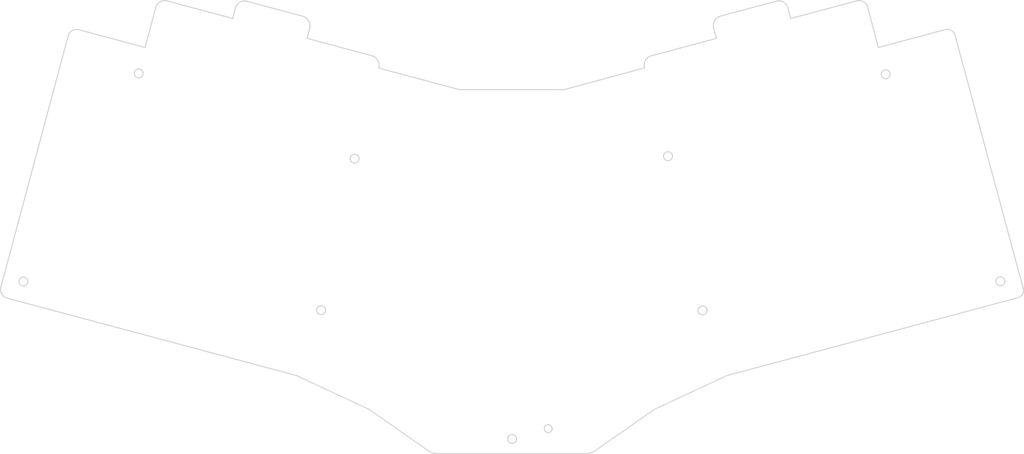
<source format=kicad_pcb>
(kicad_pcb (version 20171130) (host pcbnew "(5.1.10)-1")

  (general
    (thickness 1.6)
    (drawings 121)
    (tracks 0)
    (zones 0)
    (modules 0)
    (nets 1)
  )

  (page A4)
  (layers
    (0 F.Cu signal)
    (31 B.Cu signal)
    (32 B.Adhes user)
    (33 F.Adhes user)
    (34 B.Paste user)
    (35 F.Paste user)
    (36 B.SilkS user)
    (37 F.SilkS user)
    (38 B.Mask user)
    (39 F.Mask user)
    (40 Dwgs.User user)
    (41 Cmts.User user)
    (42 Eco1.User user)
    (43 Eco2.User user)
    (44 Edge.Cuts user)
    (45 Margin user)
    (46 B.CrtYd user)
    (47 F.CrtYd user)
    (48 B.Fab user)
    (49 F.Fab user)
  )

  (setup
    (last_trace_width 0.254)
    (trace_clearance 0.2)
    (zone_clearance 0.508)
    (zone_45_only no)
    (trace_min 0.2)
    (via_size 0.8)
    (via_drill 0.4)
    (via_min_size 0.4)
    (via_min_drill 0.3)
    (uvia_size 0.3)
    (uvia_drill 0.1)
    (uvias_allowed no)
    (uvia_min_size 0.2)
    (uvia_min_drill 0.1)
    (edge_width 0.05)
    (segment_width 0.2)
    (pcb_text_width 0.3)
    (pcb_text_size 1.5 1.5)
    (mod_edge_width 0.12)
    (mod_text_size 1 1)
    (mod_text_width 0.15)
    (pad_size 1.524 1.524)
    (pad_drill 0.762)
    (pad_to_mask_clearance 0)
    (aux_axis_origin 0 0)
    (visible_elements 7FFFFFFF)
    (pcbplotparams
      (layerselection 0x010fc_ffffffff)
      (usegerberextensions false)
      (usegerberattributes true)
      (usegerberadvancedattributes true)
      (creategerberjobfile true)
      (excludeedgelayer true)
      (linewidth 0.100000)
      (plotframeref false)
      (viasonmask false)
      (mode 1)
      (useauxorigin false)
      (hpglpennumber 1)
      (hpglpenspeed 20)
      (hpglpendiameter 15.000000)
      (psnegative false)
      (psa4output false)
      (plotreference true)
      (plotvalue true)
      (plotinvisibletext false)
      (padsonsilk false)
      (subtractmaskfromsilk false)
      (outputformat 1)
      (mirror false)
      (drillshape 0)
      (scaleselection 1)
      (outputdirectory "gerbers/"))
  )

  (net 0 "")

  (net_class Default "This is the default net class."
    (clearance 0.2)
    (trace_width 0.254)
    (via_dia 0.8)
    (via_drill 0.4)
    (uvia_dia 0.3)
    (uvia_drill 0.1)
  )

  (net_class Power ""
    (clearance 0.2)
    (trace_width 0.381)
    (via_dia 0.8)
    (via_drill 0.4)
    (uvia_dia 0.3)
    (uvia_drill 0.1)
  )

  (gr_line (start 181.805859 57.563837) (end 181.805859 57.563835) (layer Edge.Cuts) (width 0.25))
  (gr_curve (pts (xy 82.014442 41.356049) (xy 82.540505 41.048693) (xy 83.167635 40.964469) (xy 83.756152 41.122138)) (layer Edge.Cuts) (width 0.25))
  (gr_line (start 98.587836 50.274037) (end 114.573753 54.556806) (layer Edge.Cuts) (width 0.25))
  (gr_curve (pts (xy 116.07471 55.720509) (xy 116.398358 56.294318) (xy 116.477456 56.974235) (xy 116.294176 57.607017)) (layer Edge.Cuts) (width 0.25))
  (gr_curve (pts (xy 182.030695 55.71284) (xy 182.350225 55.150758) (xy 182.881657 54.740149) (xy 183.506183 54.57281)) (layer Edge.Cuts) (width 0.25))
  (gr_curve (pts (xy 214.288568 41.096403) (xy 214.892482 40.934587) (xy 215.535997 41.020385) (xy 216.07642 41.334773)) (layer Edge.Cuts) (width 0.25))
  (gr_curve (pts (xy 97.51048 44.807045) (xy 98.150296 44.978457) (xy 98.695001 45.398601) (xy 99.023285 45.973906)) (layer Edge.Cuts) (width 0.25))
  (gr_line (start 83.756152 41.122138) (end 97.51048 44.807045) (layer Edge.Cuts) (width 0.25))
  (gr_line (start 167.102421 152.778178) (end 131.025557 152.775737) (layer Edge.Cuts) (width 0.25))
  (gr_curve (pts (xy 131.025557 152.775737) (xy 130.055523 152.775672) (xy 129.108997 152.477162) (xy 128.314429 151.92072)) (layer Edge.Cuts) (width 0.25))
  (gr_line (start 217.845922 45.371837) (end 234.123471 41.010334) (layer Edge.Cuts) (width 0.25))
  (gr_line (start 58.697136 52.524477) (end 61.309054 42.622084) (layer Edge.Cuts) (width 0.25))
  (gr_line (start 161.960839 62.933397) (end 181.805859 57.563837) (layer Edge.Cuts) (width 0.25))
  (gr_line (start 99.258247 47.869939) (end 98.587836 50.274037) (layer Edge.Cuts) (width 0.25))
  (gr_curve (pts (xy 99.023285 45.973906) (xy 99.351569 46.549212) (xy 99.43617 47.231903) (xy 99.258247 47.869939)) (layer Edge.Cuts) (width 0.25))
  (gr_curve (pts (xy 80.955443 42.758473) (xy 81.107069 42.16837) (xy 81.488378 41.663406) (xy 82.014442 41.356049)) (layer Edge.Cuts) (width 0.25))
  (gr_curve (pts (xy 181.805859 57.563835) (xy 181.630185 56.941602) (xy 181.711165 56.274922) (xy 182.030695 55.71284)) (layer Edge.Cuts) (width 0.25))
  (gr_line (start 158.076277 145.618867) (end 158.076277 145.618867) (layer Edge.Cuts) (width 0.25))
  (gr_line (start 80.284596 45.369297) (end 80.955443 42.758473) (layer Edge.Cuts) (width 0.25))
  (gr_line (start 23.122937 111.700772) (end 25.430756 103.09334) (layer Edge.Cuts) (width 0.25))
  (gr_line (start 64.0655 41.023456) (end 80.284596 45.369297) (layer Edge.Cuts) (width 0.25))
  (gr_curve (pts (xy 273.799325 114.29015) (xy 264.594034 116.756241) (xy 223.704038 127.710971) (xy 202.115702 133.4946)) (layer Edge.Cuts) (width 0.25))
  (gr_line (start 96.012276 133.491956) (end 24.672072 114.38413) (layer Edge.Cuts) (width 0.25))
  (gr_curve (pts (xy 234.123471 41.010334) (xy 234.685553 40.859727) (xy 235.284473 40.939173) (xy 235.787851 41.231113)) (layer Edge.Cuts) (width 0.25))
  (gr_line (start 149.180064 148.020136) (end 149.180064 148.020136) (layer Edge.Cuts) (width 0.25))
  (gr_curve (pts (xy 62.355276 41.250315) (xy 62.87252 40.950335) (xy 63.487936 40.868701) (xy 64.0655 41.023456)) (layer Edge.Cuts) (width 0.25))
  (gr_line (start 272.438139 101.94018) (end 275.158657 111.917533) (layer Edge.Cuts) (width 0.25))
  (gr_line (start 239.433374 52.527017) (end 255.877578 48.120861) (layer Edge.Cuts) (width 0.25))
  (gr_curve (pts (xy 114.573753 54.556806) (xy 115.210102 54.72729) (xy 115.751062 55.146701) (xy 116.07471 55.720509)) (layer Edge.Cuts) (width 0.25))
  (gr_line (start 42.377984 48.152432) (end 58.697136 52.524477) (layer Edge.Cuts) (width 0.25))
  (gr_line (start 136.162059 62.928317) (end 161.960839 62.933397) (layer Edge.Cuts) (width 0.25))
  (gr_curve (pts (xy 235.787851 41.231113) (xy 236.29123 41.523051) (xy 236.657616 42.003446) (xy 236.806028 42.566111)) (layer Edge.Cuts) (width 0.25))
  (gr_line (start 200.573383 44.771329) (end 214.288568 41.096403) (layer Edge.Cuts) (width 0.25))
  (gr_line (start 36.700734 61.002997) (end 39.736478 49.677418) (layer Edge.Cuts) (width 0.25))
  (gr_curve (pts (xy 158.766167 145.904628) (xy 158.583197 145.721658) (xy 158.335036 145.618867) (xy 158.076277 145.618867)) (layer Edge.Cuts) (width 0.25))
  (gr_line (start 236.806028 42.566111) (end 239.433374 52.527017) (layer Edge.Cuts) (width 0.25))
  (gr_curve (pts (xy 39.736478 49.677418) (xy 40.044861 48.526922) (xy 41.22745 47.844193) (xy 42.377984 48.152432)) (layer Edge.Cuts) (width 0.25))
  (gr_line (start 199.540139 50.276577) (end 198.845233 47.808951) (layer Edge.Cuts) (width 0.25))
  (gr_line (start 128.314429 151.92072) (end 113.931976 141.848556) (layer Edge.Cuts) (width 0.25))
  (gr_curve (pts (xy 23.341661 113.363346) (xy 23.05113 112.860099) (xy 22.972451 112.262038) (xy 23.122937 111.700772)) (layer Edge.Cuts) (width 0.25))
  (gr_line (start 25.430756 103.09334) (end 36.700734 61.002997) (layer Edge.Cuts) (width 0.25))
  (gr_curve (pts (xy 198.845233 47.808951) (xy 198.667228 47.176851) (xy 198.749812 46.499789) (xy 199.074537 45.929009)) (layer Edge.Cuts) (width 0.25))
  (gr_curve (pts (xy 199.074537 45.929009) (xy 199.399263 45.358229) (xy 199.939073 44.94129) (xy 200.573383 44.771329)) (layer Edge.Cuts) (width 0.25))
  (gr_line (start 258.35996 49.551677) (end 261.782838 62.252677) (layer Edge.Cuts) (width 0.25))
  (gr_line (start 217.167355 42.771121) (end 217.845922 45.371837) (layer Edge.Cuts) (width 0.25))
  (gr_curve (pts (xy 275.158657 111.917533) (xy 275.440521 112.95127) (xy 274.831911 114.013516) (xy 273.799325 114.29015)) (layer Edge.Cuts) (width 0.25))
  (gr_curve (pts (xy 169.813615 151.923455) (xy 169.019009 152.479835) (xy 168.072451 152.778244) (xy 167.102421 152.778178)) (layer Edge.Cuts) (width 0.25))
  (gr_curve (pts (xy 24.672072 114.38413) (xy 24.110767 114.233789) (xy 23.632192 113.866593) (xy 23.341661 113.363346)) (layer Edge.Cuts) (width 0.25))
  (gr_curve (pts (xy 216.07642 41.334773) (xy 216.616842 41.649161) (xy 217.009511 42.166157) (xy 217.167355 42.771121)) (layer Edge.Cuts) (width 0.25))
  (gr_line (start 116.294176 57.607017) (end 136.162059 62.928317) (layer Edge.Cuts) (width 0.25))
  (gr_curve (pts (xy 61.309054 42.622084) (xy 61.461554 42.043921) (xy 61.838032 41.550296) (xy 62.355276 41.250315)) (layer Edge.Cuts) (width 0.25))
  (gr_line (start 113.931976 141.848556) (end 96.012276 133.491956) (layer Edge.Cuts) (width 0.25))
  (gr_line (start 261.782838 62.252677) (end 272.438139 101.94018) (layer Edge.Cuts) (width 0.25))
  (gr_line (start 184.198539 141.8512) (end 169.813615 151.923455) (layer Edge.Cuts) (width 0.25))
  (gr_line (start 202.115702 133.4946) (end 184.198539 141.8512) (layer Edge.Cuts) (width 0.25))
  (gr_line (start 183.506183 54.57281) (end 199.540139 50.276577) (layer Edge.Cuts) (width 0.25))
  (gr_curve (pts (xy 255.877578 48.120861) (xy 256.958064 47.831344) (xy 258.068886 48.471609) (xy 258.35996 49.551677)) (layer Edge.Cuts) (width 0.25))
  (gr_curve (pts (xy 149.957366 148.342105) (xy 149.751213 148.135952) (xy 149.471609 148.020136) (xy 149.180064 148.020136)) (layer Edge.Cuts) (width 0.25))
  (gr_curve (pts (xy 150.279335 149.119407) (xy 150.279335 148.827862) (xy 150.16352 148.548259) (xy 149.957366 148.342105)) (layer Edge.Cuts) (width 0.25))
  (gr_curve (pts (xy 101.054326 116.938574) (xy 100.88418 117.349344) (xy 100.978229 117.82216) (xy 101.292618 118.136549)) (layer Edge.Cuts) (width 0.25))
  (gr_curve (pts (xy 269.529839 109.120036) (xy 269.085225 109.120036) (xy 268.684391 109.387865) (xy 268.514244 109.798634)) (layer Edge.Cuts) (width 0.25))
  (gr_curve (pts (xy 195.094534 116.98861) (xy 194.924388 117.399379) (xy 195.018437 117.872195) (xy 195.332826 118.186584)) (layer Edge.Cuts) (width 0.25))
  (gr_curve (pts (xy 102.847222 116.581945) (xy 102.641069 116.375792) (xy 102.361465 116.259976) (xy 102.06992 116.259976)) (layer Edge.Cuts) (width 0.25))
  (gr_curve (pts (xy 188.010627 80.365011) (xy 188.421397 80.194865) (xy 188.689225 79.794031) (xy 188.689225 79.349417)) (layer Edge.Cuts) (width 0.25))
  (gr_curve (pts (xy 186.812653 80.126719) (xy 187.127042 80.441108) (xy 187.599858 80.535157) (xy 188.010627 80.365011)) (layer Edge.Cuts) (width 0.25))
  (gr_curve (pts (xy 157.386388 147.284407) (xy 157.665422 147.563441) (xy 158.085067 147.646914) (xy 158.449643 147.495902)) (layer Edge.Cuts) (width 0.25))
  (gr_curve (pts (xy 148.402763 149.896709) (xy 148.717152 150.211098) (xy 149.189968 150.305147) (xy 149.600737 150.135001)) (layer Edge.Cuts) (width 0.25))
  (gr_curve (pts (xy 149.180064 148.020136) (xy 148.735451 148.020136) (xy 148.334617 148.287965) (xy 148.164471 148.698734)) (layer Edge.Cuts) (width 0.25))
  (gr_line (start 241.259898 58.05006) (end 241.259898 58.05006) (layer Edge.Cuts) (width 0.25))
  (gr_curve (pts (xy 268.752536 110.996609) (xy 269.066925 111.310998) (xy 269.539742 111.405047) (xy 269.950512 111.234901)) (layer Edge.Cuts) (width 0.25))
  (gr_curve (pts (xy 241.680571 60.164924) (xy 242.09134 59.994778) (xy 242.359169 59.593944) (xy 242.359169 59.149331)) (layer Edge.Cuts) (width 0.25))
  (gr_curve (pts (xy 240.244304 58.728658) (xy 240.074158 59.139427) (xy 240.168207 59.612243) (xy 240.482596 59.926632)) (layer Edge.Cuts) (width 0.25))
  (gr_line (start 57.109893 57.830044) (end 57.109893 57.830044) (layer Edge.Cuts) (width 0.25))
  (gr_curve (pts (xy 195.332826 118.186584) (xy 195.647215 118.500974) (xy 196.120031 118.595023) (xy 196.530801 118.424876)) (layer Edge.Cuts) (width 0.25))
  (gr_curve (pts (xy 187.589955 78.250146) (xy 187.145341 78.250146) (xy 186.744507 78.517975) (xy 186.574361 78.928744)) (layer Edge.Cuts) (width 0.25))
  (gr_line (start 110.33 78.86) (end 110.33 78.86) (layer Edge.Cuts) (width 0.25))
  (gr_curve (pts (xy 102.490593 118.374841) (xy 102.901362 118.204695) (xy 103.169191 117.803861) (xy 103.169191 117.359247)) (layer Edge.Cuts) (width 0.25))
  (gr_curve (pts (xy 29.789358 110.279251) (xy 29.789358 109.987706) (xy 29.673542 109.708103) (xy 29.467389 109.501949)) (layer Edge.Cuts) (width 0.25))
  (gr_curve (pts (xy 28.690087 111.378522) (xy 29.297198 111.378522) (xy 29.789358 110.886362) (xy 29.789358 110.279251)) (layer Edge.Cuts) (width 0.25))
  (gr_curve (pts (xy 58.209164 58.929315) (xy 58.209164 58.63777) (xy 58.093348 58.358167) (xy 57.887195 58.152012)) (layer Edge.Cuts) (width 0.25))
  (gr_curve (pts (xy 56.332591 59.706617) (xy 56.64698 60.021006) (xy 57.119796 60.115055) (xy 57.530566 59.944909)) (layer Edge.Cuts) (width 0.25))
  (gr_curve (pts (xy 57.530566 59.944909) (xy 57.941335 59.774763) (xy 58.209164 59.373929) (xy 58.209164 58.929315)) (layer Edge.Cuts) (width 0.25))
  (gr_line (start 28.690087 109.17998) (end 28.690087 109.17998) (layer Edge.Cuts) (width 0.25))
  (gr_line (start 187.589955 78.250146) (end 187.589955 78.250146) (layer Edge.Cuts) (width 0.25))
  (gr_curve (pts (xy 186.574361 78.928744) (xy 186.404215 79.339514) (xy 186.498263 79.81233) (xy 186.812653 80.126719)) (layer Edge.Cuts) (width 0.25))
  (gr_curve (pts (xy 268.514244 109.798634) (xy 268.344099 110.209404) (xy 268.438148 110.68222) (xy 268.752536 110.996609)) (layer Edge.Cuts) (width 0.25))
  (gr_line (start 196.110128 116.310012) (end 196.110128 116.310012) (layer Edge.Cuts) (width 0.25))
  (gr_curve (pts (xy 29.467389 109.501949) (xy 29.261236 109.295796) (xy 28.981632 109.17998) (xy 28.690087 109.17998)) (layer Edge.Cuts) (width 0.25))
  (gr_curve (pts (xy 111.429271 79.959271) (xy 111.429271 79.667726) (xy 111.313455 79.388123) (xy 111.107302 79.181969)) (layer Edge.Cuts) (width 0.25))
  (gr_curve (pts (xy 240.482596 59.926632) (xy 240.796985 60.241022) (xy 241.269801 60.335071) (xy 241.680571 60.164924)) (layer Edge.Cuts) (width 0.25))
  (gr_curve (pts (xy 241.259898 58.05006) (xy 240.815285 58.05006) (xy 240.41445 58.317888) (xy 240.244304 58.728658)) (layer Edge.Cuts) (width 0.25))
  (gr_curve (pts (xy 159.051928 146.594518) (xy 159.051928 146.335759) (xy 158.949137 146.087598) (xy 158.766167 145.904628)) (layer Edge.Cuts) (width 0.25))
  (gr_curve (pts (xy 157.174893 146.221152) (xy 157.023881 146.585728) (xy 157.107354 147.005373) (xy 157.386388 147.284407)) (layer Edge.Cuts) (width 0.25))
  (gr_curve (pts (xy 158.449643 147.495902) (xy 158.814219 147.344889) (xy 159.051928 146.989132) (xy 159.051928 146.594518)) (layer Edge.Cuts) (width 0.25))
  (gr_curve (pts (xy 158.076277 145.618867) (xy 157.681663 145.618867) (xy 157.325906 145.856576) (xy 157.174893 146.221152)) (layer Edge.Cuts) (width 0.25))
  (gr_line (start 269.529839 109.120036) (end 269.529839 109.120036) (layer Edge.Cuts) (width 0.25))
  (gr_curve (pts (xy 149.600737 150.135001) (xy 150.011507 149.964855) (xy 150.279335 149.564021) (xy 150.279335 149.119407)) (layer Edge.Cuts) (width 0.25))
  (gr_curve (pts (xy 102.06992 116.259976) (xy 101.625306 116.259976) (xy 101.224472 116.527805) (xy 101.054326 116.938574)) (layer Edge.Cuts) (width 0.25))
  (gr_curve (pts (xy 148.164471 148.698734) (xy 147.994324 149.109504) (xy 148.088373 149.58232) (xy 148.402763 149.896709)) (layer Edge.Cuts) (width 0.25))
  (gr_curve (pts (xy 56.094299 58.508642) (xy 55.924153 58.919412) (xy 56.018202 59.392228) (xy 56.332591 59.706617)) (layer Edge.Cuts) (width 0.25))
  (gr_curve (pts (xy 57.109893 57.830044) (xy 56.665279 57.830044) (xy 56.264445 58.097872) (xy 56.094299 58.508642)) (layer Edge.Cuts) (width 0.25))
  (gr_curve (pts (xy 111.107302 79.181969) (xy 110.901149 78.975816) (xy 110.621545 78.86) (xy 110.33 78.86)) (layer Edge.Cuts) (width 0.25))
  (gr_line (start 102.06992 116.259976) (end 102.06992 116.259976) (layer Edge.Cuts) (width 0.25))
  (gr_curve (pts (xy 270.629109 110.219307) (xy 270.629109 109.927762) (xy 270.513294 109.648159) (xy 270.307141 109.442005)) (layer Edge.Cuts) (width 0.25))
  (gr_curve (pts (xy 103.169191 117.359247) (xy 103.169191 117.067702) (xy 103.053375 116.788099) (xy 102.847222 116.581945)) (layer Edge.Cuts) (width 0.25))
  (gr_curve (pts (xy 196.530801 118.424876) (xy 196.94157 118.25473) (xy 197.209399 117.853896) (xy 197.209399 117.409283)) (layer Edge.Cuts) (width 0.25))
  (gr_curve (pts (xy 101.292618 118.136549) (xy 101.607007 118.450938) (xy 102.079823 118.544987) (xy 102.490593 118.374841)) (layer Edge.Cuts) (width 0.25))
  (gr_curve (pts (xy 270.307141 109.442005) (xy 270.100988 109.235852) (xy 269.821383 109.120036) (xy 269.529839 109.120036)) (layer Edge.Cuts) (width 0.25))
  (gr_curve (pts (xy 57.887195 58.152012) (xy 57.681042 57.94586) (xy 57.401438 57.830044) (xy 57.109893 57.830044)) (layer Edge.Cuts) (width 0.25))
  (gr_curve (pts (xy 27.590816 110.279251) (xy 27.590816 110.886362) (xy 28.082976 111.378522) (xy 28.690087 111.378522)) (layer Edge.Cuts) (width 0.25))
  (gr_curve (pts (xy 242.0372 58.372029) (xy 241.831047 58.165875) (xy 241.551443 58.05006) (xy 241.259898 58.05006)) (layer Edge.Cuts) (width 0.25))
  (gr_curve (pts (xy 28.690087 109.17998) (xy 28.082976 109.17998) (xy 27.590816 109.672141) (xy 27.590816 110.279251)) (layer Edge.Cuts) (width 0.25))
  (gr_curve (pts (xy 269.950512 111.234901) (xy 270.36128 111.064755) (xy 270.629109 110.663921) (xy 270.629109 110.219307)) (layer Edge.Cuts) (width 0.25))
  (gr_curve (pts (xy 242.359169 59.149331) (xy 242.359169 58.857786) (xy 242.243353 58.578182) (xy 242.0372 58.372029)) (layer Edge.Cuts) (width 0.25))
  (gr_curve (pts (xy 197.209399 117.409283) (xy 197.209399 116.802172) (xy 196.717239 116.310012) (xy 196.110128 116.310012)) (layer Edge.Cuts) (width 0.25))
  (gr_curve (pts (xy 196.110128 116.310012) (xy 195.665515 116.310012) (xy 195.26468 116.57784) (xy 195.094534 116.98861)) (layer Edge.Cuts) (width 0.25))
  (gr_curve (pts (xy 188.689225 79.349417) (xy 188.689225 78.742307) (xy 188.197065 78.250146) (xy 187.589955 78.250146)) (layer Edge.Cuts) (width 0.25))
  (gr_curve (pts (xy 110.750673 80.974865) (xy 111.161442 80.804719) (xy 111.429271 80.403885) (xy 111.429271 79.959271)) (layer Edge.Cuts) (width 0.25))
  (gr_curve (pts (xy 109.552698 80.736573) (xy 109.867087 81.050962) (xy 110.339903 81.145011) (xy 110.750673 80.974865)) (layer Edge.Cuts) (width 0.25))
  (gr_curve (pts (xy 109.314406 79.538598) (xy 109.14426 79.949368) (xy 109.238309 80.422184) (xy 109.552698 80.736573)) (layer Edge.Cuts) (width 0.25))
  (gr_curve (pts (xy 110.33 78.86) (xy 109.885386 78.86) (xy 109.484552 79.127829) (xy 109.314406 79.538598)) (layer Edge.Cuts) (width 0.25))

)

</source>
